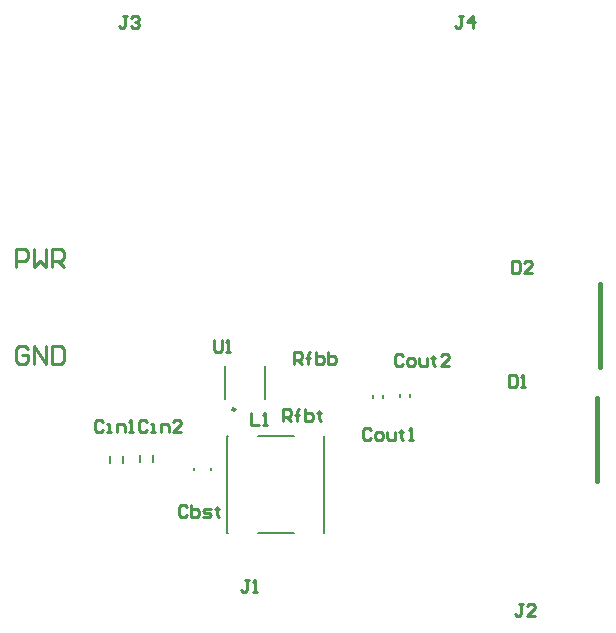
<source format=gto>
G04*
G04 #@! TF.GenerationSoftware,Altium Limited,Altium Designer,24.1.2 (44)*
G04*
G04 Layer_Color=65535*
%FSLAX44Y44*%
%MOMM*%
G71*
G04*
G04 #@! TF.SameCoordinates,3802B111-1C7E-4A17-9201-CC646305CB20*
G04*
G04*
G04 #@! TF.FilePolarity,Positive*
G04*
G01*
G75*
%ADD10C,0.2500*%
%ADD11C,0.2000*%
%ADD12C,0.4000*%
%ADD13C,0.1500*%
%ADD14C,0.2540*%
D10*
X242550Y180357D02*
G03*
X242550Y180357I-1250J0D01*
G01*
D11*
X235920Y157840D02*
X236170D01*
X261670D02*
X292170D01*
X317670D02*
X317920D01*
Y75840D02*
Y157840D01*
X235920Y75840D02*
X236170D01*
X261670D02*
X292170D01*
X317670D02*
X317920D01*
X235920D02*
Y157840D01*
X267800Y188857D02*
Y216857D01*
X233800Y188857D02*
Y216857D01*
X207888Y129150D02*
Y130650D01*
X222388Y129150D02*
Y130650D01*
X390330Y190660D02*
Y193660D01*
X381830Y190660D02*
Y193660D01*
X367470Y189880D02*
Y192880D01*
X358970Y189880D02*
Y192880D01*
D12*
X551040Y216460D02*
Y286460D01*
X548980Y119940D02*
Y189940D01*
D13*
X162140Y135440D02*
Y141440D01*
X173140Y135440D02*
Y141440D01*
X136740Y135320D02*
Y141320D01*
X147740Y135320D02*
Y141320D01*
D14*
X292106Y218442D02*
Y228598D01*
X297184D01*
X298877Y226906D01*
Y223520D01*
X297184Y221827D01*
X292106D01*
X295491D02*
X298877Y218442D01*
X303955D02*
Y226906D01*
Y223520D01*
X302262D01*
X305648D01*
X303955D01*
Y226906D01*
X305648Y228598D01*
X310726D02*
Y218442D01*
X315805D01*
X317498Y220134D01*
Y221827D01*
Y223520D01*
X315805Y225213D01*
X310726D01*
X320883Y228598D02*
Y218442D01*
X325961D01*
X327654Y220134D01*
Y221827D01*
Y223520D01*
X325961Y225213D01*
X320883D01*
X283130Y170944D02*
Y181100D01*
X288209D01*
X289902Y179408D01*
Y176022D01*
X288209Y174329D01*
X283130D01*
X286516D02*
X289902Y170944D01*
X294980D02*
Y179408D01*
Y176022D01*
X293287D01*
X296673D01*
X294980D01*
Y179408D01*
X296673Y181100D01*
X301751D02*
Y170944D01*
X306829D01*
X308522Y172636D01*
Y174329D01*
Y176022D01*
X306829Y177715D01*
X301751D01*
X313601Y179408D02*
Y177715D01*
X311908D01*
X315294D01*
X313601D01*
Y172636D01*
X315294Y170944D01*
X256119Y177544D02*
Y167388D01*
X262890D01*
X266276D02*
X269661D01*
X267968D01*
Y177544D01*
X266276Y175852D01*
X224369Y238758D02*
Y230294D01*
X226062Y228602D01*
X229447D01*
X231140Y230294D01*
Y238758D01*
X234526Y228602D02*
X237911D01*
X236218D01*
Y238758D01*
X234526Y237066D01*
X201679Y97620D02*
X199986Y99312D01*
X196601D01*
X194908Y97620D01*
Y90848D01*
X196601Y89156D01*
X199986D01*
X201679Y90848D01*
X205065Y99312D02*
Y89156D01*
X210143D01*
X211836Y90848D01*
Y92541D01*
Y94234D01*
X210143Y95927D01*
X205065D01*
X215222Y89156D02*
X220300D01*
X221993Y90848D01*
X220300Y92541D01*
X216914D01*
X215222Y94234D01*
X216914Y95927D01*
X221993D01*
X227071Y97620D02*
Y95927D01*
X225378D01*
X228764D01*
X227071D01*
Y90848D01*
X228764Y89156D01*
X476758Y306321D02*
Y296164D01*
X481836D01*
X483529Y297857D01*
Y304628D01*
X481836Y306321D01*
X476758D01*
X493686Y296164D02*
X486915D01*
X493686Y302935D01*
Y304628D01*
X491993Y306321D01*
X488607D01*
X486915Y304628D01*
X384723Y225380D02*
X383030Y227073D01*
X379645D01*
X377952Y225380D01*
Y218609D01*
X379645Y216916D01*
X383030D01*
X384723Y218609D01*
X389801Y216916D02*
X393187D01*
X394880Y218609D01*
Y221994D01*
X393187Y223687D01*
X389801D01*
X388109Y221994D01*
Y218609D01*
X389801Y216916D01*
X398265Y223687D02*
Y218609D01*
X399958Y216916D01*
X405037D01*
Y223687D01*
X410115Y225380D02*
Y223687D01*
X408422D01*
X411808D01*
X410115D01*
Y218609D01*
X411808Y216916D01*
X423657D02*
X416886D01*
X423657Y223687D01*
Y225380D01*
X421964Y227073D01*
X418579D01*
X416886Y225380D01*
X168315Y169754D02*
X166622Y171447D01*
X163237D01*
X161544Y169754D01*
Y162983D01*
X163237Y161290D01*
X166622D01*
X168315Y162983D01*
X171701Y161290D02*
X175086D01*
X173393D01*
Y168061D01*
X171701D01*
X180165Y161290D02*
Y168061D01*
X185243D01*
X186936Y166368D01*
Y161290D01*
X197092D02*
X190321D01*
X197092Y168061D01*
Y169754D01*
X195400Y171447D01*
X192014D01*
X190321Y169754D01*
X435187Y513078D02*
X431802D01*
X433494D01*
Y504614D01*
X431802Y502922D01*
X430109D01*
X428416Y504614D01*
X443651Y502922D02*
Y513078D01*
X438573Y508000D01*
X445344D01*
X485987Y15238D02*
X482602D01*
X484294D01*
Y6774D01*
X482602Y5082D01*
X480909D01*
X479216Y6774D01*
X496144Y5082D02*
X489373D01*
X496144Y11853D01*
Y13546D01*
X494451Y15238D01*
X491066D01*
X489373Y13546D01*
X150707Y513078D02*
X147322D01*
X149014D01*
Y504614D01*
X147322Y502922D01*
X145629D01*
X143936Y504614D01*
X154093Y511386D02*
X155786Y513078D01*
X159171D01*
X160864Y511386D01*
Y509693D01*
X159171Y508000D01*
X157478D01*
X159171D01*
X160864Y506307D01*
Y504614D01*
X159171Y502922D01*
X155786D01*
X154093Y504614D01*
X130390Y169646D02*
X128697Y171338D01*
X125311D01*
X123618Y169646D01*
Y162874D01*
X125311Y161182D01*
X128697D01*
X130390Y162874D01*
X133775Y161182D02*
X137161D01*
X135468D01*
Y167953D01*
X133775D01*
X142239Y161182D02*
Y167953D01*
X147317D01*
X149010Y166260D01*
Y161182D01*
X152396D02*
X155781D01*
X154089D01*
Y171338D01*
X152396Y169646D01*
X357213Y163152D02*
X355521Y164844D01*
X352135D01*
X350442Y163152D01*
Y156380D01*
X352135Y154688D01*
X355521D01*
X357213Y156380D01*
X362292Y154688D02*
X365677D01*
X367370Y156380D01*
Y159766D01*
X365677Y161459D01*
X362292D01*
X360599Y159766D01*
Y156380D01*
X362292Y154688D01*
X370756Y161459D02*
Y156380D01*
X372448Y154688D01*
X377527D01*
Y161459D01*
X382605Y163152D02*
Y161459D01*
X380912D01*
X384298D01*
X382605D01*
Y156380D01*
X384298Y154688D01*
X389376D02*
X392762D01*
X391069D01*
Y164844D01*
X389376Y163152D01*
X474726Y209801D02*
Y199644D01*
X479804D01*
X481497Y201337D01*
Y208108D01*
X479804Y209801D01*
X474726D01*
X484883Y199644D02*
X488268D01*
X486576D01*
Y209801D01*
X484883Y208108D01*
X254000Y35558D02*
X250614D01*
X252307D01*
Y27094D01*
X250614Y25402D01*
X248922D01*
X247229Y27094D01*
X257386Y25402D02*
X260771D01*
X259078D01*
Y35558D01*
X257386Y33866D01*
X67307Y231898D02*
X64767Y234437D01*
X59689D01*
X57150Y231898D01*
Y221741D01*
X59689Y219202D01*
X64767D01*
X67307Y221741D01*
Y226819D01*
X62228D01*
X72385Y219202D02*
Y234437D01*
X82542Y219202D01*
Y234437D01*
X87620D02*
Y219202D01*
X95238D01*
X97777Y221741D01*
Y231898D01*
X95238Y234437D01*
X87620D01*
X57150Y300990D02*
Y316225D01*
X64767D01*
X67307Y313686D01*
Y308608D01*
X64767Y306068D01*
X57150D01*
X72385Y316225D02*
Y300990D01*
X77463Y306068D01*
X82542Y300990D01*
Y316225D01*
X87620Y300990D02*
Y316225D01*
X95238D01*
X97777Y313686D01*
Y308608D01*
X95238Y306068D01*
X87620D01*
X92698D02*
X97777Y300990D01*
M02*

</source>
